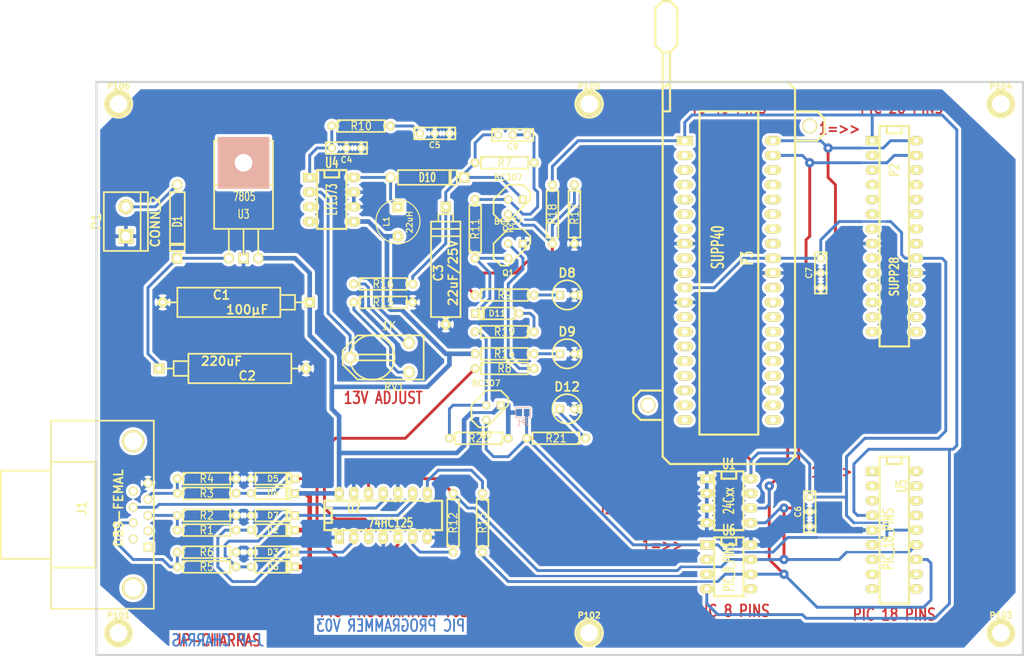
<source format=kicad_pcb>
(kicad_pcb (version 20221018) (generator pcbnew)
  (title_block (title "SERIAL PIC PROGRAMMER"))
  (layers (0 "F.Cu" signal "Composant") (31 "B.Cu" signal "Cuivre") (34 "B.Paste" user) (35 "F.Paste" user) (36 "B.SilkS" user "B.Silkscreen") (37 "F.SilkS" user "F.Silkscreen") (38 "B.Mask" user) (39 "F.Mask" user) (44 "Edge.Cuts" user))
  (net 0 "")
  (net 1 "/CTS")
  (net 2 "/DTR")
  (net 3 "/PC-CLOCK-OUT")
  (net 4 "/TXD")
  (net 5 "GND")
  (net 6 "Net-(C2-Pad1)")
  (net 7 "Net-(C4-Pad1)")
  (net 8 "Net-(C5-Pad1)")
  (net 9 "Net-(C9-Pad2)")
  (net 10 "Net-(D1-Pad1)")
  (net 11 "Net-(D10-Pad1)")
  (net 12 "Net-(D11-Pad1)")
  (net 13 "Net-(D11-Pad2)")
  (net 14 "Net-(D12-Pad1)")
  (net 15 "Net-(D2-Pad1)")
  (net 16 "Net-(D4-Pad1)")
  (net 17 "Net-(D6-Pad1)")
  (net 18 "Net-(D8-Pad1)")
  (net 19 "Net-(D9-Pad1)")
  (net 20 "Net-(Q1-Pad2)")
  (net 21 "Net-(Q2-Pad3)")
  (net 22 "Net-(Q3-Pad2)")
  (net 23 "Net-(R12-Pad1)")
  (net 24 "Net-(R13-Pad1)")
  (net 25 "Net-(R15-Pad1)")
  (net 26 "Net-(R16-Pad1)")
  (net 27 "Net-(R8-Pad1)")
  (net 28 "Net-(RV1-Pad2)")
  (net 29 "VCC")
  (net 30 "VPP")
  (net 31 "/pic_sockets/VCC_PIC")
  (net 32 "/pic_sockets/VPP-MCLR")
  (net 33 "/pic_sockets/CLOCK-RB6")
  (net 34 "/pic_sockets/DATA-RB7")
  (footprint "discret:CP10" (layer "F.Cu") (at 97.79 78.74 180)
    (fp_text reference "C1")
    (fp_text value "100µF")
  )
  (footprint "discret:CP10" (layer "F.Cu") (at 97.155 90.17)
    (fp_text reference "C2")
    (fp_text value "220uF")
  )
  (footprint "discret:CP8" (layer "F.Cu") (at 133.985 72.39 -90)
    (fp_text reference "C3")
    (fp_text value "22uF/25V")
  )
  (footprint "discret:C1-1" (layer "F.Cu") (at 116.84 52.07)
    (fp_text reference "C4")
    (fp_text value "0" hide)
  )
  (footprint "discret:C1-1" (layer "F.Cu") (at 132.08 49.53)
    (fp_text reference "C5")
    (fp_text value "10nF" hide)
  )
  (footprint "discret:C1-1" (layer "F.Cu") (at 196.85 114.935 -90)
    (fp_text reference "C6")
    (fp_text value "100nF" hide)
  )
  (footprint "discret:C1-1" (layer "F.Cu") (at 198.755 73.66 -90)
    (fp_text reference "C7")
    (fp_text value "100nF" hide)
  )
  (footprint "discret:C1-1" (layer "F.Cu") (at 145.542 49.784)
    (fp_text reference "C9")
    (fp_text value "22OnF" hide)
  )
  (footprint "discret:D5" (layer "F.Cu") (at 87.63 64.77 -90)
    (fp_text reference "D1")
    (fp_text value "1N4004" hide)
  )
  (footprint "discret:D3" (layer "F.Cu") (at 104.14 118.11)
    (fp_text reference "D2")
    (fp_text value "BAT43" hide)
  )
  (footprint "discret:D3" (layer "F.Cu") (at 104.14 121.92)
    (fp_text reference "D3")
    (fp_text value "BAT43" hide)
  )
  (footprint "discret:D3" (layer "F.Cu") (at 104.14 111.76)
    (fp_text reference "D4")
    (fp_text value "BAT43" hide)
  )
  (footprint "discret:D3" (layer "F.Cu") (at 104.14 109.22)
    (fp_text reference "D5")
    (fp_text value "BAT43" hide)
  )
  (footprint "discret:D3" (layer "F.Cu") (at 104.14 124.46)
    (fp_text reference "D6")
    (fp_text value "BAT43" hide)
  )
  (footprint "discret:D3" (layer "F.Cu") (at 104.14 115.57)
    (fp_text reference "D7")
    (fp_text value "BAT43" hide)
  )
  (footprint "discret:LEDV" (layer "F.Cu") (at 154.94 77.47)
    (fp_text reference "D8")
    (fp_text value "RED-LED" hide)
  )
  (footprint "discret:LEDV" (layer "F.Cu") (at 154.94 87.63)
    (fp_text reference "D9")
    (fp_text value "GREEN-LED" hide)
  )
  (footprint "discret:D5" (layer "F.Cu") (at 130.81 57.15)
    (fp_text reference "D10")
    (fp_text value "SCHOTTKY" hide)
  )
  (footprint "discret:D3" (layer "F.Cu") (at 142.875 80.645 180)
    (fp_text reference "D11")
    (fp_text value "BAT43" hide)
  )
  (footprint "discret:LEDV" (layer "F.Cu") (at 154.94 97.155)
    (fp_text reference "D12")
    (fp_text value "YELLOW-LED" hide)
  )
  (footprint "connect:DB9FC" (layer "F.Cu") (at 81.28 115.57 90)
    (fp_text reference "J1")
    (fp_text value "DB9-FEMAL")
  )
  (footprint "inductors:INDUCTOR_V" (layer "F.Cu") (at 125.73 64.77 -90)
    (fp_text reference "L1")
    (fp_text value "22uH")
  )
  (footprint "connect:bornier2" (layer "F.Cu") (at 78.74 64.77 90)
    (fp_text reference "P1")
    (fp_text value "CONN_2")
  )
  (footprint "discret:TO92" (layer "F.Cu") (at 146.05 69.85)
    (fp_text reference "Q1")
    (fp_text value "BC237")
  )
  (footprint "discret:TO92" (layer "F.Cu") (at 146.05 62.23)
    (fp_text reference "Q2")
    (fp_text value "BC307")
  )
  (footprint "discret:TO92" (layer "F.Cu") (at 142.24 97.79)
    (fp_text reference "Q3")
    (fp_text value "BC307")
  )
  (footprint "discret:R4" (layer "F.Cu") (at 92.71 118.11)
    (fp_text reference "R1")
    (fp_text value "10K" hide)
  )
  (footprint "discret:R4" (layer "F.Cu") (at 92.71 115.57)
    (fp_text reference "R2")
    (fp_text value "10K" hide)
  )
  (footprint "discret:R4" (layer "F.Cu") (at 92.71 111.76)
    (fp_text reference "R3")
    (fp_text value "10K" hide)
  )
  (footprint "discret:R4" (layer "F.Cu") (at 92.71 109.22)
    (fp_text reference "R4")
    (fp_text value "10K" hide)
  )
  (footprint "discret:R4" (layer "F.Cu") (at 92.71 124.46)
    (fp_text reference "R5")
    (fp_text value "10K" hide)
  )
  (footprint "discret:R4" (layer "F.Cu") (at 92.71 121.92)
    (fp_text reference "R6")
    (fp_text value "10K" hide)
  )
  (footprint "discret:R4" (layer "F.Cu") (at 144.145 54.61)
    (fp_text reference "R7")
    (fp_text value "10K" hide)
  )
  (footprint "discret:R4" (layer "F.Cu") (at 144.145 90.17)
    (fp_text reference "R8")
    (fp_text value "1K" hide)
  )
  (footprint "discret:R4" (layer "F.Cu") (at 144.145 77.47)
    (fp_text reference "R9")
    (fp_text value "2.2K" hide)
  )
  (footprint "discret:R4" (layer "F.Cu") (at 119.38 48.26)
    (fp_text reference "R10")
    (fp_text value "5,1K" hide)
  )
  (footprint "discret:R4" (layer "F.Cu") (at 139.065 66.04 90)
    (fp_text reference "R11")
    (fp_text value "22K" hide)
  )
  (footprint "discret:R4" (layer "F.Cu") (at 135.255 116.84 90)
    (fp_text reference "R12")
    (fp_text value "470" hide)
  )
  (footprint "discret:R4" (layer "F.Cu") (at 140.335 116.84 -90)
    (fp_text reference "R13")
    (fp_text value "470" hide)
  )
  (footprint "discret:R4" (layer "F.Cu") (at 144.145 87.63)
    (fp_text reference "R14")
    (fp_text value "470" hide)
  )
  (footprint "discret:R4" (layer "F.Cu") (at 123.19 78.74)
    (fp_text reference "R15")
    (fp_text value "6.2K" hide)
  )
  (footprint "discret:R4" (layer "F.Cu") (at 123.19 75.565)
    (fp_text reference "R16")
    (fp_text value "62K" hide)
  )
  (footprint "discret:R4" (layer "F.Cu") (at 156.21 63.5 -90)
    (fp_text reference "R17")
    (fp_text value "22K" hide)
  )
  (footprint "discret:R4" (layer "F.Cu") (at 152.4 63.5 90)
    (fp_text reference "R18")
    (fp_text value "220" hide)
  )
  (footprint "discret:R4" (layer "F.Cu") (at 144.145 83.82 180)
    (fp_text reference "R19")
    (fp_text value "2.2K" hide)
  )
  (footprint "discret:R4" (layer "F.Cu") (at 139.7 102.235 180)
    (fp_text reference "R20")
    (fp_text value "2.2K" hide)
  )
  (footprint "discret:R4" (layer "F.Cu") (at 153.035 102.235 180)
    (fp_text reference "R21")
    (fp_text value "470" hide)
  )
  (footprint "discret:RV2X4" (layer "F.Cu") (at 122.555 88.265 180)
    (fp_text reference "RV1")
    (fp_text value "1K")
  )
  (footprint "dip_sockets:DIP-8__300_ELL" (layer "F.Cu") (at 182.88 113.03 -90)
    (fp_text reference "U1")
    (fp_text value "24Cxx")
  )
  (footprint "dip_sockets:DIP-14__300_ELL" (layer "F.Cu") (at 123.19 115.57)
    (fp_text reference "U2")
    (fp_text value "74HC125")
  )
  (footprint "discret:LM78XX" (layer "F.Cu") (at 99.06 71.12 90)
    (fp_text reference "U3")
    (fp_text value "7805")
  )
  (footprint "dip_sockets:DIP-8__300_ELL" (layer "F.Cu") (at 114.3 60.96 -90)
    (fp_text reference "U4")
    (fp_text value "LT1373")
  )
  (footprint "dip_sockets:DIP-18__300_ELL" (layer "F.Cu") (at 211.455 118.11 -90)
    (fp_text reference "U5")
    (fp_text value "PIC_18_PINS")
  )
  (footprint "dip_sockets:DIP-8__300_ELL" (layer "F.Cu") (at 182.88 124.46 -90)
    (fp_text reference "U6")
    (fp_text value "PIC_8_PINS")
  )
  (footprint "footprints:1pin-4" (layer "F.Cu") (at 77.47 135.89)
    (fp_text reference "P101")
    (fp_text value "CONN_1" hide)
  )
  (footprint "footprints:1pin-4" (layer "F.Cu") (at 158.75 135.89)
    (fp_text reference "P102")
    (fp_text value "CONN_1" hide)
  )
  (footprint "footprints:1pin-4" (layer "F.Cu") (at 229.87 135.89)
    (fp_text reference "P103")
    (fp_text value "CONN_1" hide)
  )
  (footprint "footprints:1pin-4" (layer "F.Cu") (at 229.87 44.45)
    (fp_text reference "P104")
    (fp_text value "CONN_1" hide)
  )
  (footprint "footprints:1pin-4" (layer "F.Cu") (at 158.75 44.45)
    (fp_text reference "P105")
    (fp_text value "CONN_1" hide)
  )
  (footprint "footprints:1pin-4" (layer "F.Cu") (at 77.47 44.45)
    (fp_text reference "P106")
    (fp_text value "CONN_1" hide)
  )
  (footprint "sockets:40tex-Ell600" (layer "F.Cu") (at 182.88 74.93 -90)
    (fp_text reference "P3")
    (fp_text value "SUPP40")
  )
  (footprint "dip_sockets:DIP-28__300_ELL" (layer "F.Cu") (at 211.455 67.31 -90)
    (fp_text reference "P2")
    (fp_text value "SUPP28")
  )
  (footprint "connect:GS2" (layer "B.Cu") (at 147.32 97.79 -90)
    (fp_text reference "JP1")
    (fp_text value "JUMPER" hide)
  )
  (gr_line (start 233.68 139.7) (end 73.66 139.7) (stroke (width 0.381)) (layer "Edge.Cuts"))
  (gr_line (start 73.66 40.64) (end 173.99 40.64) (stroke (width 0.381)) (layer "Edge.Cuts"))
  (gr_line (start 233.68 40.64) (end 233.68 139.7) (stroke (width 0.381)) (layer "Edge.Cuts"))
  (gr_line (start 73.66 139.7) (end 73.66 40.64) (stroke (width 0.381)) (layer "Edge.Cuts"))
  (gr_line (start 173.99 40.64) (end 233.68 40.64) (stroke (width 0.381)) (layer "Edge.Cuts"))
  (gr_text "1=>>" (at 171.45 109.22) (layer "F.Cu") (effects (font (size 2.032 1.524) (thickness 0.3048))))
  (gr_text "PIC 18 PINS" (at 211.455 132.715) (layer "F.Cu") (effects (font (size 2.032 1.524) (thickness 0.3048))))
  (gr_text "VCC ON" (at 162.9 99.1) (layer "F.Cu") (effects (font (size 2.032 1.524) (thickness 0.3048))))
  (gr_text "1=>>" (at 202 48.7) (layer "F.Cu") (effects (font (size 2.032 1.524) (thickness 0.3048))))
  (gr_text "I2C PROM" (at 166.37 114.3) (layer "F.Cu") (effects (font (size 2.032 1.524) (thickness 0.3048))))
  (gr_text "PWR ON" (at 163.83 88.9) (layer "F.Cu") (effects (font (size 2.032 1.524) (thickness 0.3048))))
  (gr_text "+8/12V" (at 80.01 57.15) (layer "F.Cu") (effects (font (size 2.032 1.524) (thickness 0.3048))))
  (gr_text "JP-CHARRAS" (at 94.615 137.16) (layer "F.Cu") (effects (font (size 2.032 1.524) (thickness 0.3048))))
  (gr_text "VPP ON" (at 163.195 80.645) (layer "F.Cu") (effects (font (size 2.032 1.524) (thickness 0.3048))))
  (gr_text "1=>>" (at 167.64 48.895) (layer "F.Cu") (effects (font (size 2.032 1.524) (thickness 0.3048))))
  (gr_text "13V ADJUST" (at 123.19 95.25) (layer "F.Cu") (effects (font (size 2.032 1.524) (thickness 0.3048))))
  (gr_text "PIC 8 PINS" (at 183.515 132.08) (layer "F.Cu") (effects (font (size 2.032 1.524) (thickness 0.3048))))
  (gr_text "1=>>" (at 171.45 120.65) (layer "F.Cu") (effects (font (size 2.032 1.524) (thickness 0.3048))))
  (gr_text "PIC 40 PINS" (at 182.245 45.085) (layer "F.Cu") (effects (font (size 2.032 1.524) (thickness 0.3048))))
  (gr_text "PIC 28 PINS" (at 212.725 45.085) (layer "F.Cu") (effects (font (size 2.032 1.524) (thickness 0.3048))))
  (gr_text "1=>>" (at 200.66 107.95) (layer "F.Cu") (effects (font (size 2.032 1.524) (thickness 0.3048))))
  (gr_text "PIC PROGRAMMER V03" (at 125.095 132.08) (layer "F.Cu") (effects (font (size 2.032 1.524) (thickness 0.3048))))
  (gr_text "J-P CHARRAS" (at 94.615 137.16) (layer "B.Cu") (effects (font (size 2.032 1.524) (thickness 0.3048)) (justify mirror)))
  (gr_text "PIC PROGRAMMER V03" (at 124.46 134.62) (layer "B.Cu") (effects (font (size 2.032 1.524) (thickness 0.3048)) (justify mirror)))
  (segment (start 123.19 113.03) (end 123.19 111.76) (width 0.5) (layer "B.Cu") (net 1))
  (segment (start 83.947 114.173) (end 84.455 113.665) (width 0.5) (layer "B.Cu") (net 1))
  (segment (start 80.01 114.173) (end 83.947 114.173) (width 0.5) (layer "B.Cu") (net 1))
  (segment (start 112.395 113.665) (end 113.03 114.3) (width 0.5) (layer "B.Cu") (net 1))
  (segment (start 84.455 113.665) (end 112.395 113.665) (width 0.5) (layer "B.Cu") (net 1))
  (segment (start 121.92 114.3) (end 123.19 113.03) (width 0.5) (layer "B.Cu") (net 1))
  (segment (start 113.03 114.3) (end 121.92 114.3) (width 0.5) (layer "B.Cu") (net 1))
  (segment (start 82.55 112.395) (end 83.185 111.76) (width 0.5) (layer "B.Cu") (net 2))
  (segment (start 83.185 111.76) (end 87.63 111.76) (width 0.5) (layer "B.Cu") (net 2))
  (segment (start 82.55 112.776) (end 82.55 112.395) (width 0.5) (layer "B.Cu") (net 2))
  (segment (start 87.63 111.76) (end 87.63 109.22) (width 0.5) (layer "B.Cu") (net 2))
  (segment (start 86.36 124.46) (end 87.63 124.46) (width 0.5) (layer "B.Cu") (net 3))
  (segment (start 80.01 123.19) (end 85.09 123.19) (width 0.5) (layer "B.Cu") (net 3))
  (segment (start 78.105 116.84) (end 77.47 117.475) (width 0.5) (layer "B.Cu") (net 3))
  (segment (start 87.63 124.46) (end 87.63 121.92) (width 0.5) (layer "B.Cu") (net 3))
  (segment (start 77.47 120.65) (end 80.01 123.19) (width 0.5) (layer "B.Cu") (net 3))
  (segment (start 80.01 116.84) (end 78.105 116.84) (width 0.5) (layer "B.Cu") (net 3))
  (segment (start 77.47 117.475) (end 77.47 120.65) (width 0.5) (layer "B.Cu") (net 3))
  (segment (start 85.09 123.19) (end 86.36 124.46) (width 0.5) (layer "B.Cu") (net 3))
  (segment (start 87.63 118.11) (end 87.63 115.57) (width 0.5) (layer "B.Cu") (net 4))
  (segment (start 87.63 115.57) (end 82.55 115.57) (width 0.5) (layer "B.Cu") (net 4))
  (segment (start 87.63 71.12) (end 96.52 71.12) (width 0.5) (layer "B.Cu") (net 6))
  (segment (start 84.455 89.535) (end 82.55 87.63) (width 0.5) (layer "B.Cu") (net 6))
  (segment (start 82.55 87.63) (end 82.55 76.2) (width 0.5) (layer "B.Cu") (net 6))
  (segment (start 84.455 90.17) (end 84.455 89.535) (width 0.5) (layer "B.Cu") (net 6))
  (segment (start 82.55 76.2) (end 87.63 71.12) (width 0.5) (layer "B.Cu") (net 6))
  (segment (start 114.3 48.26) (end 114.3 52.07) (width 0.5) (layer "B.Cu") (net 7))
  (segment (start 110.49 57.15) (end 110.49 53.34) (width 0.5) (layer "B.Cu") (net 7))
  (segment (start 111.76 52.07) (end 114.3 52.07) (width 0.5) (layer "B.Cu") (net 7))
  (segment (start 110.49 53.34) (end 111.76 52.07) (width 0.5) (layer "B.Cu") (net 7))
  (segment (start 124.46 48.26) (end 128.27 48.26) (width 0.5) (layer "B.Cu") (net 8))
  (segment (start 128.27 48.26) (end 129.54 49.53) (width 0.5) (layer "B.Cu") (net 8))
  (segment (start 149.225 54.61) (end 149.225 59.055) (width 0.5) (layer "B.Cu") (net 9))
  (segment (start 148.082 49.784) (end 148.844 49.784) (width 0.5) (layer "B.Cu") (net 9))
  (segment (start 144.78 60.96) (end 139.065 60.96) (width 0.5) (layer "B.Cu") (net 9))
  (segment (start 149.225 50.165) (end 149.225 54.61) (width 0.5) (layer "B.Cu") (net 9))
  (segment (start 149.86 59.69) (end 149.86 62.23) (width 0.5) (layer "B.Cu") (net 9))
  (segment (start 148.59 63.5) (end 147.32 63.5) (width 0.5) (layer "B.Cu") (net 9))
  (segment (start 148.844 49.784) (end 149.225 50.165) (width 0.5) (layer "B.Cu") (net 9))
  (segment (start 149.86 62.23) (end 148.59 63.5) (width 0.5) (layer "B.Cu") (net 9))
  (segment (start 145.542 49.784) (end 148.082 49.784) (width 0.5) (layer "B.Cu") (net 9))
  (segment (start 149.225 59.055) (end 149.86 59.69) (width 0.5) (layer "B.Cu") (net 9))
  (segment (start 144.78 60.96) (end 147.32 63.5) (width 0.5) (layer "B.Cu") (net 9))
  (segment (start 83.82 62.23) (end 87.63 58.42) (width 0.5) (layer "B.Cu") (net 10))
  (segment (start 78.74 62.23) (end 83.82 62.23) (width 0.5) (layer "B.Cu") (net 10))
  (segment (start 124.46 57.15) (end 124.46 60.96) (width 0.5) (layer "B.Cu") (net 11))
  (segment (start 118.11 57.15) (end 124.46 57.15) (width 0.5) (layer "B.Cu") (net 11))
  (segment (start 124.46 60.96) (end 125.73 62.23) (width 0.5) (layer "B.Cu") (net 11))
  (segment (start 146.685 80.645) (end 148.59 80.645) (width 0.5) (layer "B.Cu") (net 12))
  (segment (start 148.59 80.645) (end 149.225 81.28) (width 0.5) (layer "B.Cu") (net 12))
  (segment (start 149.225 81.28) (end 149.225 83.82) (width 0.5) (layer "B.Cu") (net 12))
  (segment (start 141.605 78.105) (end 139.065 80.645) (width 0.5) (layer "B.Cu") (net 13))
  (segment (start 141.605 73.66) (end 141.605 78.105) (width 0.5) (layer "B.Cu") (net 13))
  (segment (start 139.065 71.12) (end 141.605 73.66) (width 0.5) (layer "B.Cu") (net 13))
  (segment (start 144.78 71.12) (end 139.065 71.12) (width 0.5) (layer "B.Cu") (net 13))
  (segment (start 153.67 97.155) (end 153.67 97.79) (width 0.5) (layer "B.Cu") (net 14))
  (segment (start 153.67 97.79) (end 158.115 102.235) (width 0.5) (layer "B.Cu") (net 14))
  (segment (start 95.885 118.11) (end 94.615 119.38) (width 0.5) (layer "B.Cu") (net 15))
  (segment (start 118.11 120.015) (end 118.11 119.38) (width 0.5) (layer "B.Cu") (net 15))
  (segment (start 107.95 121.92) (end 116.205 121.92) (width 0.5) (layer "B.Cu") (net 15))
  (segment (start 100.33 118.11) (end 97.79 118.11) (width 0.5) (layer "B.Cu") (net 15))
  (segment (start 100.965 127) (end 106.045 121.92) (width 0.5) (layer "B.Cu") (net 15))
  (segment (start 97.79 118.11) (end 95.885 118.11) (width 0.5) (layer "B.Cu") (net 15))
  (segment (start 94.615 124.46) (end 97.155 127) (width 0.5) (layer "B.Cu") (net 15))
  (segment (start 116.205 121.92) (end 118.11 120.015) (width 0.5) (layer "B.Cu") (net 15))
  (segment (start 94.615 119.38) (end 94.615 124.46) (width 0.5) (layer "B.Cu") (net 15))
  (segment (start 97.155 127) (end 100.965 127) (width 0.5) (layer "B.Cu") (net 15))
  (segment (start 106.045 121.92) (end 107.95 121.92) (width 0.5) (layer "B.Cu") (net 15))
  (segment (start 111.125 109.22) (end 111.76 109.855) (width 0.5) (layer "F.Cu") (net 16))
  (segment (start 115.57 123.19) (end 123.19 123.19) (width 0.5) (layer "F.Cu") (net 16))
  (segment (start 123.19 123.19) (end 125.73 120.65) (width 0.5) (layer "F.Cu") (net 16))
  (segment (start 111.76 109.855) (end 111.76 119.38) (width 0.5) (layer "F.Cu") (net 16))
  (segment (start 111.76 119.38) (end 115.57 123.19) (width 0.5) (layer "F.Cu") (net 16))
  (segment (start 125.73 120.65) (end 125.73 119.38) (width 0.5) (layer "F.Cu") (net 16))
  (segment (start 107.95 109.22) (end 111.125 109.22) (width 0.5) (layer "F.Cu") (net 16))
  (segment (start 100.33 111.76) (end 104.267 111.76) (width 0.5) (layer "B.Cu") (net 16))
  (segment (start 100.33 111.76) (end 97.79 111.76) (width 0.5) (layer "B.Cu") (net 16))
  (segment (start 106.807 109.22) (end 104.267 111.76) (width 0.5) (layer "B.Cu") (net 16))
  (segment (start 107.95 109.22) (end 106.807 109.22) (width 0.5) (layer "B.Cu") (net 16))
  (segment (start 100.33 124.46) (end 97.79 124.46) (width 0.5) (layer "B.Cu") (net 17))
  (segment (start 128.27 111.76) (end 128.27 113.03) (width 0.5) (layer "B.Cu") (net 17))
  (segment (start 95.885 122.555) (end 97.79 124.46) (width 0.5) (layer "B.Cu") (net 17))
  (segment (start 106.045 115.57) (end 107.95 115.57) (width 0.5) (layer "B.Cu") (net 17))
  (segment (start 128.27 113.03) (end 125.73 115.57) (width 0.5) (layer "B.Cu") (net 17))
  (segment (start 95.885 120.65) (end 95.885 122.555) (width 0.5) (layer "B.Cu") (net 17))
  (segment (start 96.52 120.015) (end 101.6 120.015) (width 0.5) (layer "B.Cu") (net 17))
  (segment (start 96.52 120.015) (end 95.885 120.65) (width 0.5) (layer "B.Cu") (net 17))
  (segment (start 107.95 115.57) (end 125.73 115.57) (width 0.5) (layer "B.Cu") (net 17))
  (segment (start 101.6 120.015) (end 106.045 115.57) (width 0.5) (layer "B.Cu") (net 17))
  (segment (start 153.67 77.47) (end 149.225 77.47) (width 0.5) (layer "B.Cu") (net 18))
  (segment (start 153.67 87.63) (end 149.225 87.63) (width 0.5) (layer "B.Cu") (net 19))
  (segment (start 149.225 90.17) (end 146.685 90.17) (width 0.5) (layer "B.Cu") (net 20))
  (segment (start 144.78 75.565) (end 144.78 88.265) (width 0.5) (layer "B.Cu") (net 20))
  (segment (start 144.78 68.58) (end 147.32 71.12) (width 0.5) (layer "B.Cu") (net 20))
  (segment (start 147.32 71.12) (end 147.32 73.025) (width 0.5) (layer "B.Cu") (net 20))
  (segment (start 147.32 73.025) (end 144.78 75.565) (width 0.5) (layer "B.Cu") (net 20))
  (segment (start 146.685 90.17) (end 144.78 88.265) (width 0.5) (layer "B.Cu") (net 20))
  (segment (start 146.05 73.66) (end 147.955 71.755) (width 0.5) (layer "F.Cu") (net 21))
  (segment (start 150.495 71.755) (end 152.4 69.85) (width 0.5) (layer "F.Cu") (net 21))
  (segment (start 147.955 71.755) (end 150.495 71.755) (width 0.5) (layer "F.Cu") (net 21))
  (segment (start 137.795 76.2) (end 139.065 77.47) (width 0.5) (layer "F.Cu") (net 21))
  (segment (start 137.795 74.93) (end 137.795 76.2) (width 0.5) (layer "F.Cu") (net 21))
  (segment (start 152.4 68.58) (end 152.4 69.85) (width 0.5) (layer "F.Cu") (net 21))
  (segment (start 137.795 74.93) (end 139.065 73.66) (width 0.5) (layer "F.Cu") (net 21))
  (segment (start 139.065 73.66) (end 146.05 73.66) (width 0.5) (layer "F.Cu") (net 21))
  (segment (start 144.78 63.5) (end 145.415 63.5) (width 0.5) (layer "B.Cu") (net 21))
  (segment (start 147.32 65.405) (end 149.225 65.405) (width 0.5) (layer "B.Cu") (net 21))
  (segment (start 145.415 63.5) (end 147.32 65.405) (width 0.5) (layer "B.Cu") (net 21))
  (segment (start 149.225 65.405) (end 152.4 68.58) (width 0.5) (layer "B.Cu") (net 21))
  (segment (start 152.4 65.405) (end 152.4 68.58) (width 0.5) (layer "B.Cu") (net 21))
  (segment (start 156.21 58.42) (end 156.21 61.595) (width 0.5) (layer "B.Cu") (net 21))
  (segment (start 156.21 61.595) (end 152.4 65.405) (width 0.5) (layer "B.Cu") (net 21))
  (segment (start 139.7 83.82) (end 139.065 83.82) (width 0.5) (layer "B.Cu") (net 22))
  (segment (start 134.62 97.155) (end 134.62 102.235) (width 0.5) (layer "B.Cu") (net 22))
  (segment (start 140.97 85.09) (end 139.7 83.82) (width 0.5) (layer "B.Cu") (net 22))
  (segment (start 140.97 85.09) (end 140.97 96.52) (width 0.5) (layer "B.Cu") (net 22))
  (segment (start 135.255 96.52) (end 134.62 97.155) (width 0.5) (layer "B.Cu") (net 22))
  (segment (start 140.97 96.52) (end 135.255 96.52) (width 0.5) (layer "B.Cu") (net 22))
  (segment (start 128.27 119.38) (end 128.27 120.65) (width 0.5) (layer "B.Cu") (net 23))
  (segment (start 129.54 121.92) (end 135.255 121.92) (width 0.5) (layer "B.Cu") (net 23))
  (segment (start 128.27 120.65) (end 129.54 121.92) (width 0.5) (layer "B.Cu") (net 23))
  (segment (start 138.4046 107.7468) (end 140.335 109.6772) (width 0.5) (layer "B.Cu") (net 24))
  (segment (start 130.81 109.6264) (end 132.6896 107.7468) (width 0.5) (layer "B.Cu") (net 24))
  (segment (start 130.81 111.76) (end 130.81 109.6264) (width 0.5) (layer "B.Cu") (net 24))
  (segment (start 132.6896 107.7468) (end 138.4046 107.7468) (width 0.5) (layer "B.Cu") (net 24))
  (segment (start 140.335 109.6772) (end 140.335 111.76) (width 0.5) (layer "B.Cu") (net 24))
  (segment (start 118.11 78.74) (end 118.11 80.01) (width 0.5) (layer "B.Cu") (net 25))
  (segment (start 125.73 90.805) (end 127.635 90.805) (width 0.5) (layer "B.Cu") (net 25))
  (segment (start 124.46 86.36) (end 124.46 89.535) (width 0.5) (layer "B.Cu") (net 25))
  (segment (start 118.11 80.01) (end 124.46 86.36) (width 0.5) (layer "B.Cu") (net 25))
  (segment (start 124.46 89.535) (end 125.73 90.805) (width 0.5) (layer "B.Cu") (net 25))
  (segment (start 118.11 75.565) (end 120.015 75.565) (width 0.5) (layer "B.Cu") (net 26))
  (segment (start 120.015 75.565) (end 120.65 76.2) (width 0.5) (layer "B.Cu") (net 26))
  (segment (start 120.65 79.375) (end 127 85.725) (width 0.5) (layer "B.Cu") (net 26))
  (segment (start 120.65 76.2) (end 120.65 79.375) (width 0.5) (layer "B.Cu") (net 26))
  (segment (start 127 85.725) (end 127.635 85.725) (width 0.5) (layer "B.Cu") (net 26))
  (segment (start 127 102.235) (end 139.065 90.17) (width 0.5) (layer "F.Cu") (net 27))
  (segment (start 114.935 116.205) (end 120.015 116.205) (width 0.5) (layer "F.Cu") (net 27))
  (segment (start 113.03 114.3) (end 114.935 116.205) (width 0.5) (layer "F.Cu") (net 27))
  (segment (start 114.935 102.235) (end 113.03 104.14) (width 0.5) (layer "F.Cu") (net 27))
  (segment (start 120.65 116.84) (end 120.65 119.38) (width 0.5) (layer "F.Cu") (net 27))
  (segment (start 113.03 104.14) (end 113.03 114.3) (width 0.5) (layer "F.Cu") (net 27))
  (segment (start 120.015 116.205) (end 120.65 116.84) (width 0.5) (layer "F.Cu") (net 27))
  (segment (start 114.935 102.235) (end 127 102.235) (width 0.5) (layer "F.Cu") (net 27))
  (segment (start 117.475 84.455) (end 117.475 88.265) (width 0.5) (layer "B.Cu") (net 28))
  (segment (start 113.665 80.645) (end 117.475 84.455) (width 0.5) (layer "B.Cu") (net 28))
  (segment (start 113.665 60.96) (end 113.665 80.645) (width 0.5) (layer "B.Cu") (net 28))
  (segment (start 110.49 59.69) (end 112.395 59.69) (width 0.5) (layer "B.Cu") (net 28))
  (segment (start 112.395 59.69) (end 113.665 60.96) (width 0.5) (layer "B.Cu") (net 28))
  (segment (start 110.49 119.38) (end 110.49 123.825) (width 0.8) (layer "F.Cu") (net 29))
  (segment (start 109.22 118.11) (end 107.95 118.11) (width 0.8) (layer "F.Cu") (net 29))
  (segment (start 107.95 111.76) (end 109.855 111.76) (width 0.8) (layer "F.Cu") (net 29))
  (segment (start 109.855 124.46) (end 107.95 124.46) (width 0.8) (layer "F.Cu") (net 29))
  (segment (start 110.49 116.84) (end 109.22 118.11) (width 0.8) (layer "F.Cu") (net 29))
  (segment (start 109.855 111.76) (end 110.49 112.395) (width 0.8) (layer "F.Cu") (net 29))
  (segment (start 109.22 118.11) (end 110.49 119.38) (width 0.8) (layer "F.Cu") (net 29))
  (segment (start 110.49 123.825) (end 109.855 124.46) (width 0.8) (layer "F.Cu") (net 29))
  (segment (start 110.49 112.395) (end 110.49 116.84) (width 0.8) (layer "F.Cu") (net 29))
  (segment (start 144.78 97.79) (end 144.78 97.917) (width 0.8) (layer "B.Cu") (net 29))
  (segment (start 144.78 97.917) (end 144.78 96.52) (width 0.8) (layer "B.Cu") (net 29))
  (segment (start 118.11 64.77) (end 120.65 64.77) (width 0.8) (layer "B.Cu") (net 29))
  (segment (start 110.49 84.455) (end 114.3 88.265) (width 0.8) (layer "B.Cu") (net 29))
  (segment (start 125.73 67.31) (end 123.825 67.31) (width 0.8) (layer "B.Cu") (net 29))
  (segment (start 126.365 80.01) (end 124.46 80.01) (width 0.8) (layer "B.Cu") (net 29))
  (segment (start 134.62 87.63) (end 133.985 87.63) (width 0.8) (layer "B.Cu") (net 29))
  (segment (start 143.51 96.52) (end 142.24 97.79) (width 0.8) (layer "B.Cu") (net 29))
  (segment (start 135.89 104.775) (end 115.57 104.775) (width 0.8) (layer "B.Cu") (net 29))
  (segment (start 142.24 97.79) (end 138.43 97.79) (width 0.5) (layer "B.Cu") (net 29))
  (segment (start 110.49 73.66) (end 107.95 71.12) (width 0.8) (layer "B.Cu") (net 29))
  (segment (start 110.49 78.74) (end 110.49 73.66) (width 0.8) (layer "B.Cu") (net 29))
  (segment (start 110.49 78.74) (end 110.49 84.455) (width 0.8) (layer "B.Cu") (net 29))
  (segment (start 146.685 97.79) (end 144.78 97.79) (width 0.8) (layer "B.Cu") (net 29))
  (segment (start 115.57 111.76) (end 115.57 104.775) (width 0.8) (layer "B.Cu") (net 29))
  (segment (start 130.81 93.345) (end 134.62 89.535) (width 0.8) (layer "B.Cu") (net 29))
  (segment (start 138.43 97.79) (end 137.16 99.06) (width 0.8) (layer "B.Cu") (net 29))
  (segment (start 137.16 99.06) (end 137.16 103.505) (width 0.8) (layer "B.Cu") (net 29))
  (segment (start 114.3 88.265) (end 114.3 93.345) (width 0.8) (layer "B.Cu") (net 29))
  (segment (start 134.62 89.535) (end 134.62 87.63) (width 0.8) (layer "B.Cu") (net 29))
  (segment (start 144.78 102.235) (end 144.78 97.917) (width 0.8) (layer "B.Cu") (net 29))
  (segment (start 114.3 93.345) (end 114.3 97.155) (width 0.8) (layer "B.Cu") (net 29))
  (segment (start 101.6 71.12) (end 107.95 71.12) (width 0.8) (layer "B.Cu") (net 29))
  (segment (start 143.51 96.52) (end 144.78 96.52) (width 0.8) (layer "B.Cu") (net 29))
  (segment (start 114.3 97.155) (end 115.57 98.425) (width 0.8) (layer "B.Cu") (net 29))
  (segment (start 123.19 67.31) (end 120.65 64.77) (width 0.8) (layer "B.Cu") (net 29))
  (segment (start 137.16 103.505) (end 135.89 104.775) (width 0.8) (layer "B.Cu") (net 29))
  (segment (start 133.985 87.63) (end 126.365 80.01) (width 0.8) (layer "B.Cu") (net 29))
  (segment (start 114.3 93.345) (end 130.81 93.345) (width 0.8) (layer "B.Cu") (net 29))
  (segment (start 123.825 79.375) (end 123.825 67.31) (width 0.8) (layer "B.Cu") (net 29))
  (segment (start 123.825 67.31) (end 123.19 67.31) (width 0.8) (layer "B.Cu") (net 29))
  (segment (start 107.95 111.76) (end 115.57 111.76) (width 0.8) (layer "B.Cu") (net 29))
  (segment (start 139.065 87.63) (end 134.62 87.63) (width 0.8) (layer "B.Cu") (net 29))
  (segment (start 115.57 98.425) (end 115.57 104.775) (width 0.8) (layer "B.Cu") (net 29))
  (segment (start 124.46 80.01) (end 123.825 79.375) (width 0.8) (layer "B.Cu") (net 29))
  (segment (start 139.065 51.181) (end 140.462 49.784) (width 0.5) (layer "B.Cu") (net 30))
  (segment (start 143.51 57.15) (end 147.32 60.96) (width 0.5) (layer "B.Cu") (net 30))
  (segment (start 137.16 57.15) (end 143.51 57.15) (width 0.5) (layer "B.Cu") (net 30))
  (segment (start 139.065 54.61) (end 139.065 51.181) (width 0.5) (layer "B.Cu") (net 30))
  (segment (start 137.16 57.15) (end 137.16 56.515) (width 0.5) (layer "B.Cu") (net 30))
  (segment (start 128.27 74.295) (end 128.27 75.565) (width 0.5) (layer "B.Cu") (net 30))
  (segment (start 136.525 57.15) (end 137.16 57.15) (width 0.5) (layer "B.Cu") (net 30))
  (segment (start 140.462 49.784) (end 143.002 49.784) (width 0.5) (layer "B.Cu") (net 30))
  (segment (start 133.985 68.58) (end 128.27 74.295) (width 0.5) (layer "B.Cu") (net 30))
  (segment (start 133.985 62.23) (end 133.985 59.69) (width 0.5) (layer "B.Cu") (net 30))
  (segment (start 137.16 56.515) (end 139.065 54.61) (width 0.5) (layer "B.Cu") (net 30))
  (segment (start 136.525 57.15) (end 133.985 59.69) (width 0.5) (layer "B.Cu") (net 30))
  (segment (start 133.985 62.23) (end 133.985 68.58) (width 0.5) (layer "B.Cu") (net 30))
  (segment (start 154.305 104.775) (end 151.765 102.235) (width 0.5) (layer "F.Cu") (net 31))
  (segment (start 151.765 102.235) (end 147.955 102.235) (width 0.5) (layer "F.Cu") (net 31))
  (segment (start 170.18 104.775) (end 185.42 104.775) (width 0.5) (layer "F.Cu") (net 31))
  (segment (start 185.42 104.775) (end 186.69 106.045) (width 0.5) (layer "F.Cu") (net 31))
  (segment (start 186.69 109.22) (end 186.69 106.045) (width 0.5) (layer "F.Cu") (net 31))
  (segment (start 170.18 104.775) (end 154.305 104.775) (width 0.5) (layer "F.Cu") (net 31))
  (segment (start 184.7 121.92) (end 189.23 121.92) (width 0.4) (layer "B.Cu") (net 31))
  (segment (start 198.755 67.945) (end 201.93 64.77) (width 0.5) (layer "B.Cu") (net 31))
  (segment (start 147.955 97.79) (end 147.955 102.235) (width 0.5) (layer "B.Cu") (net 31))
  (segment (start 144.78 105.41) (end 147.955 102.235) (width 0.5) (layer "B.Cu") (net 31))
  (segment (start 179.07 120.65) (end 166.37 120.65) (width 0.5) (layer "B.Cu") (net 31))
  (segment (start 206.375 102.235) (end 219.075 102.235) (width 0.5) (layer "B.Cu") (net 31))
  (segment (start 196.85 112.395) (end 203.2 112.395) (width 0.5) (layer "B.Cu") (net 31))
  (segment (start 196.85 112.395) (end 196.85 106.68) (width 0.5) (layer "B.Cu") (net 31))
  (segment (start 189.23 121.92) (end 190.5 121.92) (width 0.5) (layer "B.Cu") (net 31))
  (segment (start 201.93 64.77) (end 205.74 64.77) (width 0.5) (layer "B.Cu") (net 31))
  (segment (start 203.2 112.395) (end 203.2 115.57) (width 0.5) (layer "B.Cu") (net 31))
  (segment (start 190.5 121.92) (end 193.04 119.38) (width 0.5) (layer "B.Cu") (net 31))
  (segment (start 219.075 102.235) (end 220.345 100.965) (width 0.5) (layer "B.Cu") (net 31))
  (segment (start 166.37 120.65) (end 147.955 102.235) (width 0.5) (layer "B.Cu") (net 31))
  (segment (start 140.97 104.14) (end 142.24 105.41) (width 0.5) (layer "B.Cu") (net 31))
  (segment (start 212.725 70.485) (end 213.36 71.12) (width 0.5) (layer "B.Cu") (net 31))
  (segment (start 203.2 105.41) (end 206.375 102.235) (width 0.5) (layer "B.Cu") (net 31))
  (segment (start 190.5 71.12) (end 198.755 71.12) (width 0.5) (layer "B.Cu") (net 31))
  (segment (start 185.42 71.12) (end 190.5 71.12) (width 0.5) (layer "B.Cu") (net 31))
  (segment (start 175.26 76.2) (end 180.34 76.2) (width 0.5) (layer "B.Cu") (net 31))
  (segment (start 198.12 119.38) (end 210.185 119.38) (width 0.4) (layer "B.Cu") (net 31))
  (segment (start 203.2 115.57) (end 204.47 116.84) (width 0.5) (layer "B.Cu") (net 31))
  (segment (start 212.725 66.675) (end 212.725 70.485) (width 0.5) (layer "B.Cu") (net 31))
  (segment (start 179.07 120.65) (end 180.975 120.65) (width 0.5) (layer "B.Cu") (net 31))
  (segment (start 140.97 99.06) (end 140.97 104.14) (width 0.5) (layer "B.Cu") (net 31))
  (segment (start 142.24 105.41) (end 144.78 105.41) (width 0.5) (layer "B.Cu") (net 31))
  (segment (start 198.755 71.12) (end 198.755 67.945) (width 0.5) (layer "B.Cu") (net 31))
  (segment (start 187.96 104.775) (end 194.945 104.775) (width 0.5) (layer "B.Cu") (net 31))
  (segment (start 220.345 71.755) (end 219.71 71.12) (width 0.5) (layer "B.Cu") (net 31))
  (segment (start 186.69 106.045) (end 187.96 104.775) (width 0.5) (layer "B.Cu") (net 31))
  (segment (start 213.36 71.12) (end 215.265 71.12) (width 0.5) (layer "B.Cu") (net 31))
  (segment (start 210.185 64.77) (end 210.82 64.77) (width 0.5) (layer "B.Cu") (net 31))
  (segment (start 220.345 100.965) (end 220.345 71.755) (width 0.5) (layer "B.Cu") (net 31))
  (segment (start 203.2 105.41) (end 203.2 112.395) (width 0.5) (layer "B.Cu") (net 31))
  (segment (start 210.185 118.11) (end 215.265 118.11) (width 0.5) (layer "B.Cu") (net 31))
  (segment (start 180.34 76.2) (end 185.42 71.12) (width 0.5) (layer "B.Cu") (net 31))
  (segment (start 196.85 106.68) (end 194.945 104.775) (width 0.5) (layer "B.Cu") (net 31))
  (segment (start 205.74 64.77) (end 210.185 64.77) (width 0.4) (layer "B.Cu") (net 31))
  (segment (start 186.69 109.22) (end 186.69 106.045) (width 0.5) (layer "B.Cu") (net 31))
  (segment (start 193.04 119.38) (end 198.12 119.38) (width 0.5) (layer "B.Cu") (net 31))
  (segment (start 210.185 119.38) (end 210.185 118.11) (width 0.5) (layer "B.Cu") (net 31))
  (segment (start 210.185 118.11) (end 210.185 116.84) (width 0.5) (layer "B.Cu") (net 31))
  (segment (start 204.47 116.84) (end 210.185 116.84) (width 0.4) (layer "B.Cu") (net 31))
  (segment (start 219.71 71.12) (end 215.265 71.12) (width 0.5) (layer "B.Cu") (net 31))
  (segment (start 180.975 120.65) (end 182.245 121.92) (width 0.5) (layer "B.Cu") (net 31))
  (segment (start 182.245 121.92) (end 184.7 121.92) (width 0.5) (layer "B.Cu") (net 31))
  (segment (start 210.82 64.77) (end 212.725 66.675) (width 0.5) (layer "B.Cu") (net 31))
  (segment (start 205.105 115.57) (end 204.47 114.935) (width 0.5) (layer "B.Cu") (net 32))
  (segment (start 218.44 133.35) (end 220.98 130.81) (width 0.5) (layer "B.Cu") (net 32))
  (segment (start 221.615 104.14) (end 222.25 103.505) (width 0.5) (layer "B.Cu") (net 32))
  (segment (start 207.645 50.8) (end 207.645 46.355) (width 0.5) (layer "B.Cu") (net 32))
  (segment (start 156.845 50.8) (end 175.26 50.8) (width 0.5) (layer "B.Cu") (net 32))
  (segment (start 220.98 130.81) (end 220.98 104.14) (width 0.5) (layer "B.Cu") (net 32))
  (segment (start 175.26 50.8) (end 175.26 47.625) (width 0.5) (layer "B.Cu") (net 32))
  (segment (start 179.07 130.81) (end 179.07 128.27) (width 0.5) (layer "B.Cu") (net 32))
  (segment (start 207.645 115.57) (end 205.105 115.57) (width 0.5) (layer "B.Cu") (net 32))
  (segment (start 204.47 114.935) (end 204.47 106.68) (width 0.5) (layer "B.Cu") (net 32))
  (segment (start 156.845 50.8) (end 152.4 55.245) (width 0.5) (layer "B.Cu") (net 32))
  (segment (start 222.25 48.895) (end 219.71 46.355) (width 0.5) (layer "B.Cu") (net 32))
  (segment (start 195.58 132.715) (end 196.215 133.35) (width 0.5) (layer "B.Cu") (net 32))
  (segment (start 221.615 104.14) (end 220.98 104.14) (width 0.5) (layer "B.Cu") (net 32))
  (segment (start 175.26 47.625) (end 176.53 46.355) (width 0.5) (layer "B.Cu") (net 32))
  (segment (start 179.07 130.81) (end 180.975 132.715) (width 0.5) (layer "B.Cu") (net 32))
  (segment (start 207.645 46.355) (end 176.53 46.355) (width 0.5) (layer "B.Cu") (net 32))
  (segment (start 204.47 106.68) (end 207.01 104.14) (width 0.5) (layer "B.Cu") (net 32))
  (segment (start 207.01 104.14) (end 220.98 104.14) (width 0.5) (layer "B.Cu") (net 32))
  (segment (start 196.215 133.35) (end 218.44 133.35) (width 0.5) (layer "B.Cu") (net 32))
  (segment (start 222.25 48.895) (end 222.25 103.505) (width 0.5) (layer "B.Cu") (net 32))
  (segment (start 195.58 132.715) (end 180.975 132.715) (width 0.5) (layer "B.Cu") (net 32))
  (segment (start 152.4 55.245) (end 152.4 58.42) (width 0.5) (layer "B.Cu") (net 32))
  (segment (start 219.71 46.355) (end 207.645 46.355) (width 0.5) (layer "B.Cu") (net 32))
  (segment (start 193.04 107.315) (end 193.04 75.565) (width 0.5) (layer "F.Cu") (net 33))
  (segment (start 196.85 67.31) (end 196.85 54.61) (width 0.5) (layer "F.Cu") (net 33))
  (segment (start 189.865 123.19) (end 192.405 125.73) (width 0.5) (layer "F.Cu") (net 33))
  (segment (start 196.215 67.945) (end 196.85 67.31) (width 0.5) (layer "F.Cu") (net 33))
  (segment (start 193.04 107.315) (end 189.865 110.49) (width 0.5) (layer "F.Cu") (net 33))
  (segment (start 196.215 72.39) (end 196.215 67.945) (width 0.5) (layer "F.Cu") (net 33))
  (segment (start 193.04 75.565) (end 196.215 72.39) (width 0.5) (layer "F.Cu") (net 33))
  (segment (start 189.865 110.49) (end 189.865 123.19) (width 0.5) (layer "F.Cu") (net 33))
  (via (at 196.85 54.61) (size 1.6) (drill 0.6) (layers "F.Cu" "B.Cu") (net 33))
  (via (at 192.405 125.73) (size 1.6) (drill 0.6) (layers "F.Cu" "B.Cu") (net 33))
  (via (at 189.865 110.49) (size 1.6) (drill 0.6) (layers "F.Cu" "B.Cu") (net 33))
  (segment (start 186.69 125.73) (end 192.405 125.73) (width 0.5) (layer "B.Cu") (net 33))
  (segment (start 189.865 110.49) (end 189.865 113.665) (width 0.5) (layer "B.Cu") (net 33))
  (segment (start 189.23 114.3) (end 186.69 114.3) (width 0.5) (layer "B.Cu") (net 33))
  (segment (start 144.78 127) (end 177.165 127) (width 0.5) (layer "B.Cu") (net 33))
  (segment (start 198.12 131.445) (end 216.535 131.445) (width 0.5) (layer "B.Cu") (net 33))
  (segment (start 217.17 123.19) (end 215.265 123.19) (width 0.5) (layer "B.Cu") (net 33))
  (segment (start 211.455 53.34) (end 215.265 53.34) (width 0.5) (layer "B.Cu") (net 33))
  (segment (start 216.535 131.445) (end 217.805 130.175) (width 0.5) (layer "B.Cu") (net 33))
  (segment (start 182.245 125.73) (end 186.69 125.73) (width 0.5) (layer "B.Cu") (net 33))
  (segment (start 189.865 113.665) (end 189.23 114.3) (width 0.5) (layer "B.Cu") (net 33))
  (segment (start 211.455 53.34) (end 210.185 54.61) (width 0.5) (layer "B.Cu") (net 33))
  (segment (start 196.85 54.61) (end 205.74 54.61) (width 0.5) (layer "B.Cu") (net 33))
  (segment (start 210.185 54.61) (end 208.915 54.61) (width 0.5) (layer "B.Cu") (net 33))
  (segment (start 205.74 54.61) (end 208.915 54.61) (width 0.4318) (layer "B.Cu") (net 33))
  (segment (start 182.245 125.73) (end 180.975 127) (width 0.5) (layer "B.Cu") (net 33))
  (segment (start 140.335 122.555) (end 144.78 127) (width 0.5) (layer "B.Cu") (net 33))
  (segment (start 190.5 53.34) (end 195.58 53.34) (width 0.5) (layer "B.Cu") (net 33))
  (segment (start 217.805 130.175) (end 217.805 123.825) (width 0.5) (layer "B.Cu") (net 33))
  (segment (start 140.335 121.92) (end 140.335 122.555) (width 0.5) (layer "B.Cu") (net 33))
  (segment (start 195.58 53.34) (end 196.85 54.61) (width 0.5) (layer "B.Cu") (net 33))
  (segment (start 192.405 125.73) (end 198.12 131.445) (width 0.5) (layer "B.Cu") (net 33))
  (segment (start 177.165 127) (end 180.975 127) (width 0.4318) (layer "B.Cu") (net 33))
  (segment (start 217.805 123.825) (end 217.17 123.19) (width 0.5) (layer "B.Cu") (net 33))
  (segment (start 201.295 85.09) (end 194.945 91.44) (width 0.5) (layer "F.Cu") (net 34))
  (segment (start 132.715 109.22) (end 135.255 111.76) (width 0.5) (layer "F.Cu") (net 34))
  (segment (start 194.31 114.3) (end 192.405 114.3) (width 0.5) (layer "F.Cu") (net 34))
  (segment (start 121.285 109.22) (end 132.715 109.22) (width 0.5) (layer "F.Cu") (net 34))
  (segment (start 201.295 58.42) (end 201.295 85.09) (width 0.5) (layer "F.Cu") (net 34))
  (segment (start 194.945 113.665) (end 194.31 114.3) (width 0.5) (layer "F.Cu") (net 34))
  (segment (start 200.025 57.15) (end 201.295 58.42) (width 0.5) (layer "F.Cu") (net 34))
  (segment (start 120.65 111.76) (end 120.65 109.855) (width 0.5) (layer "F.Cu") (net 34))
  (segment (start 120.65 109.855) (end 121.285 109.22) (width 0.5) (layer "F.Cu") (net 34))
  (segment (start 200.025 57.15) (end 200.025 52.07) (width 0.5) (layer "F.Cu") (net 34))
  (segment (start 194.945 91.44) (end 194.945 113.665) (width 0.5) (layer "F.Cu") (net 34))
  (segment (start 192.405 114.3) (end 192.405 123.19) (width 0.5) (layer "F.Cu") (net 34))
  (via (at 192.405 114.3) (size 1.6) (drill 0.6) (layers "F.Cu" "B.Cu") (net 34))
  (via (at 200.025 52.07) (size 1.6) (drill 0.6) (layers "F.Cu" "B.Cu") (net 34))
  (via (at 192.405 123.19) (size 1.6) (drill 0.6) (layers "F.Cu" "B.Cu") (net 34))
  (segment (start 201.93 123.19) (end 203.2 121.92) (width 0.5) (layer "B.Cu") (net 34))
  (segment (start 186.69 123.19) (end 192.405 123.19) (width 0.5) (layer "B.Cu") (net 34))
  (segment (start 192.405 114.3) (end 191.77 114.3) (width 0.5) (layer "B.Cu") (net 34))
  (segment (start 205.74 52.07) (end 209.55 52.07) (width 0.4318) (layer "B.Cu") (net 34))
  (segment (start 149.86 125.095) (end 173.99 125.095) (width 0.5) (layer "B.Cu") (net 34))
  (segment (start 174.625 124.46) (end 181.61 124.46) (width 0.4318) (layer "B.Cu") (net 34))
  (segment (start 213.995 121.92) (end 215.265 120.65) (width 0.5) (layer "B.Cu") (net 34))
  (segment (start 181.61 124.46) (end 182.88 123.19) (width 0.5) (layer "B.Cu") (net 34))
  (segment (start 173.99 125.095) (end 174.625 124.46) (width 0.5) (layer "B.Cu") (net 34))
  (segment (start 198.755 50.8) (end 200.025 52.07) (width 0.5) (layer "B.Cu") (net 34))
  (segment (start 190.5 50.8) (end 198.755 50.8) (width 0.5) (layer "B.Cu") (net 34))
  (segment (start 135.255 111.76) (end 137.795 114.3) (width 0.5) (layer "B.Cu") (net 34))
  (segment (start 209.55 52.07) (end 210.82 50.8) (width 0.5) (layer "B.Cu") (net 34))
  (segment (start 192.405 123.19) (end 201.93 123.19) (width 0.5) (layer "B.Cu") (net 34))
  (segment (start 139.065 114.3) (end 149.86 125.095) (width 0.5) (layer "B.Cu") (net 34))
  (segment (start 215.265 50.8) (end 210.82 50.8) (width 0.5) (layer "B.Cu") (net 34))
  (segment (start 137.795 114.3) (end 139.065 114.3) (width 0.5) (layer "B.Cu") (net 34))
  (segment (start 191.77 114.3) (end 189.23 116.84) (width 0.5) (layer "B.Cu") (net 34))
  (segment (start 182.88 123.19) (end 186.69 123.19) (width 0.5) (layer "B.Cu") (net 34))
  (segment (start 200.025 52.07) (end 205.74 52.07) (width 0.5) (layer "B.Cu") (net 34))
  (segment (start 203.2 121.92) (end 213.995 121.92) (width 0.4) (layer "B.Cu") (net 34))
  (segment (start 189.23 116.84) (end 186.69 116.84) (width 0.5) (layer "B.Cu") (net 34))
  (zone (net 5) (net_name "GND") (layer "B.Cu") (connect_pads (clearance 0.508)) (min_thickness 0.3) (fill yes (thermal_gap 0.508) (thermal_bridge_width 0.635))
    (polygon (pts (xy 223.52 138.43) (xy 232.41 128.905) (xy 232.41 53.975) (xy 219.71 41.91) (xy 81.28 41.91) (xy 74.295 48.895) (xy 74.295 127.635) (xy 86.36 138.43)))
  )
)
</source>
